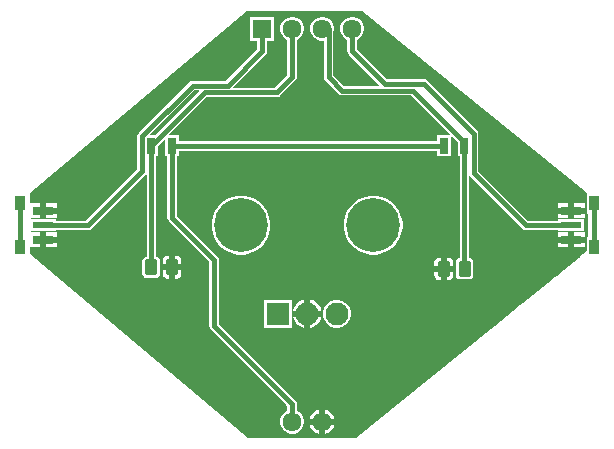
<source format=gtl>
G04*
G04 #@! TF.GenerationSoftware,Altium Limited,Altium Designer,25.8.1 (18)*
G04*
G04 Layer_Physical_Order=1*
G04 Layer_Color=255*
%FSLAX44Y44*%
%MOMM*%
G71*
G04*
G04 #@! TF.SameCoordinates,17EE5B44-E4A8-4C47-BB28-8E3532D48F90*
G04*
G04*
G04 #@! TF.FilePolarity,Positive*
G04*
G01*
G75*
G04:AMPARAMS|DCode=14|XSize=1.05mm|YSize=1.38mm|CornerRadius=0.1313mm|HoleSize=0mm|Usage=FLASHONLY|Rotation=0.000|XOffset=0mm|YOffset=0mm|HoleType=Round|Shape=RoundedRectangle|*
%AMROUNDEDRECTD14*
21,1,1.0500,1.1175,0,0,0.0*
21,1,0.7875,1.3800,0,0,0.0*
1,1,0.2625,0.3938,-0.5587*
1,1,0.2625,-0.3938,-0.5587*
1,1,0.2625,-0.3938,0.5587*
1,1,0.2625,0.3938,0.5587*
%
%ADD14ROUNDEDRECTD14*%
%ADD15R,1.8000X0.7500*%
%ADD16R,0.7620X1.3462*%
%ADD17R,1.8000X0.6000*%
%ADD18R,0.9000X1.3000*%
%ADD23C,1.6096*%
%ADD29C,0.3810*%
%ADD30C,1.9500*%
%ADD31R,1.9500X1.9500*%
%ADD32R,1.6096X1.6096*%
%ADD33C,4.5620*%
G36*
X165091Y306531D02*
X127673Y269113D01*
X124080D01*
X123739Y269934D01*
X161157Y307352D01*
X164751D01*
X165091Y306531D01*
D02*
G37*
G36*
X493052Y220922D02*
X493148Y220072D01*
X493148D01*
Y203008D01*
X494030D01*
Y183072D01*
X493148D01*
Y171026D01*
X487808Y166696D01*
X487808Y166696D01*
X487490Y166439D01*
X487490Y166439D01*
X486610Y165725D01*
X486610Y165725D01*
X485923Y165169D01*
X485923Y165169D01*
X484350Y163894D01*
X484350Y163894D01*
Y163894D01*
X482299Y162231D01*
X469545Y151892D01*
X469545Y151892D01*
Y151892D01*
X467691Y150389D01*
X467691Y150389D01*
Y150389D01*
X466369Y149318D01*
X466369Y149318D01*
X466119Y149115D01*
X466119Y149115D01*
X465004Y148211D01*
X465004Y148211D01*
X464552Y147845D01*
X464552Y147845D01*
X439501Y127538D01*
X436795Y125344D01*
X436795Y125344D01*
Y125344D01*
X425875Y116492D01*
X425874Y116492D01*
Y116492D01*
X415337Y107950D01*
X415337Y107950D01*
Y107950D01*
X413442Y106414D01*
X413442Y106414D01*
Y106414D01*
X412709Y105820D01*
X412709Y105820D01*
X412709Y105820D01*
X411836Y105112D01*
X337370Y44748D01*
X337370D01*
X337370Y44748D01*
X297835Y12700D01*
X206453D01*
X21590Y168509D01*
Y174500D01*
X30360D01*
Y180790D01*
Y187080D01*
X22479D01*
X22452Y187119D01*
X22453Y187157D01*
X22914Y188008D01*
X43932D01*
Y189026D01*
X71120D01*
X72656Y189331D01*
X73958Y190202D01*
X119678Y235922D01*
X119684Y235930D01*
X120573Y235660D01*
Y166478D01*
X120532D01*
X119227Y166218D01*
X118121Y165479D01*
X117382Y164372D01*
X117122Y163067D01*
Y151892D01*
X117382Y150588D01*
X118121Y149481D01*
X119227Y148742D01*
X120532Y148483D01*
X128407D01*
X129712Y148742D01*
X130818Y149481D01*
X131558Y150588D01*
X131817Y151892D01*
Y163067D01*
X131558Y164372D01*
X130818Y165479D01*
X129712Y166218D01*
X128601Y166439D01*
Y251587D01*
X130429D01*
Y260515D01*
X135450Y265536D01*
X136271Y265196D01*
Y251587D01*
X138099D01*
Y199580D01*
X138404Y198044D01*
X139275Y196742D01*
X173786Y162231D01*
Y107950D01*
X174091Y106414D01*
X174962Y105112D01*
X239826Y40247D01*
Y35992D01*
X237651Y34736D01*
X235774Y32859D01*
X234447Y30561D01*
X233760Y27997D01*
Y25343D01*
X234447Y22779D01*
X235774Y20481D01*
X237651Y18604D01*
X239949Y17277D01*
X242513Y16590D01*
X245167D01*
X247731Y17277D01*
X250029Y18604D01*
X251906Y20481D01*
X253233Y22779D01*
X253920Y25343D01*
Y27997D01*
X253233Y30561D01*
X251906Y32859D01*
X250029Y34736D01*
X247854Y35992D01*
Y41910D01*
X247549Y43446D01*
X246678Y44748D01*
X181814Y109613D01*
Y163894D01*
X181509Y165430D01*
X180638Y166732D01*
X146127Y201243D01*
Y251587D01*
X147955D01*
Y256336D01*
X366395D01*
Y251587D01*
X378079D01*
Y268021D01*
X378968Y268389D01*
X383921Y263436D01*
Y251587D01*
X385749D01*
Y165169D01*
X384637Y164948D01*
X383531Y164209D01*
X382792Y163102D01*
X382532Y161798D01*
Y150623D01*
X382792Y149318D01*
X383531Y148211D01*
X384637Y147472D01*
X385942Y147212D01*
X393817D01*
X395122Y147472D01*
X396229Y148211D01*
X396968Y149318D01*
X397227Y150623D01*
Y161798D01*
X396968Y163102D01*
X396229Y164209D01*
X395122Y164948D01*
X393817Y165208D01*
X393777D01*
Y234390D01*
X394666Y234660D01*
X394672Y234652D01*
X439122Y190202D01*
X440424Y189331D01*
X441960Y189026D01*
X469148D01*
Y188008D01*
X491212D01*
Y198072D01*
X469148D01*
Y197054D01*
X443623D01*
X401524Y239153D01*
Y270510D01*
X401219Y272046D01*
X400348Y273349D01*
X357930Y315766D01*
X356628Y316637D01*
X355092Y316942D01*
X323735D01*
X298654Y342023D01*
Y350088D01*
X300829Y351344D01*
X302706Y353221D01*
X304033Y355519D01*
X304720Y358083D01*
Y360737D01*
X304033Y363301D01*
X302706Y365599D01*
X300829Y367476D01*
X298531Y368803D01*
X295967Y369490D01*
X293313D01*
X290749Y368803D01*
X288451Y367476D01*
X286574Y365599D01*
X285247Y363301D01*
X284560Y360737D01*
Y358083D01*
X285247Y355519D01*
X286574Y353221D01*
X288451Y351344D01*
X290626Y350088D01*
Y340360D01*
X290931Y338824D01*
X291802Y337522D01*
X317402Y311922D01*
X317062Y311100D01*
X287921D01*
X278842Y320179D01*
Y356300D01*
X279320Y358083D01*
Y360737D01*
X278633Y363301D01*
X277306Y365599D01*
X275429Y367476D01*
X273131Y368803D01*
X270567Y369490D01*
X267913D01*
X265349Y368803D01*
X263051Y367476D01*
X261174Y365599D01*
X259847Y363301D01*
X259160Y360737D01*
Y358083D01*
X259847Y355519D01*
X261174Y353221D01*
X263051Y351344D01*
X265349Y350017D01*
X267913Y349330D01*
X270567D01*
X270814Y349141D01*
Y318516D01*
X271119Y316980D01*
X271990Y315678D01*
X283420Y304248D01*
X284722Y303377D01*
X286258Y303072D01*
X344285D01*
X377355Y270002D01*
X376987Y269113D01*
X366395D01*
Y264364D01*
X147955D01*
Y269113D01*
X140188D01*
X139848Y269934D01*
X171424Y301510D01*
X230848D01*
X232384Y301816D01*
X233687Y302686D01*
X246678Y315678D01*
X247549Y316980D01*
X247854Y318516D01*
Y350088D01*
X250029Y351344D01*
X251906Y353221D01*
X253233Y355519D01*
X253920Y358083D01*
Y360737D01*
X253233Y363301D01*
X251906Y365599D01*
X250029Y367476D01*
X247731Y368803D01*
X245167Y369490D01*
X242513D01*
X239949Y368803D01*
X237651Y367476D01*
X235774Y365599D01*
X234447Y363301D01*
X233760Y360737D01*
Y358083D01*
X234447Y355519D01*
X235774Y353221D01*
X237651Y351344D01*
X239826Y350088D01*
Y320179D01*
X229186Y309538D01*
X194457D01*
X194117Y310360D01*
X221278Y337522D01*
X222149Y338824D01*
X222454Y340360D01*
Y349330D01*
X228520D01*
Y369490D01*
X208360D01*
Y349330D01*
X214426D01*
Y342023D01*
X187784Y315380D01*
X159495D01*
X157958Y315075D01*
X156656Y314205D01*
X114002Y271550D01*
X113131Y270248D01*
X112826Y268712D01*
Y240423D01*
X69457Y197054D01*
X43932D01*
Y198072D01*
X22914D01*
X22453Y198923D01*
X22452Y198961D01*
X22479Y199000D01*
X30360D01*
Y205290D01*
Y211580D01*
X21590D01*
Y220072D01*
X205380Y374650D01*
X303010Y374650D01*
X493052Y220922D01*
D02*
G37*
%LPC*%
G36*
X491720Y211580D02*
X482720D01*
Y207830D01*
X491720D01*
Y211580D01*
D02*
G37*
G36*
X477640D02*
X468640D01*
Y207830D01*
X477640D01*
Y211580D01*
D02*
G37*
G36*
X44440Y211580D02*
X35440D01*
Y207830D01*
X44440D01*
Y211580D01*
D02*
G37*
G36*
X491720Y202750D02*
X482720D01*
Y199000D01*
X491720D01*
Y202750D01*
D02*
G37*
G36*
X477640D02*
X468640D01*
Y199000D01*
X477640D01*
Y202750D01*
D02*
G37*
G36*
X44440Y202750D02*
X35440D01*
Y199000D01*
X44440D01*
Y202750D01*
D02*
G37*
G36*
X491720Y187080D02*
X482720D01*
Y183330D01*
X491720D01*
Y187080D01*
D02*
G37*
G36*
X44440D02*
X35440D01*
Y183330D01*
X44440D01*
Y187080D01*
D02*
G37*
G36*
X477640D02*
X468640D01*
Y183330D01*
X477640D01*
Y187080D01*
D02*
G37*
G36*
X491720Y178250D02*
X482720D01*
Y174500D01*
X491720D01*
Y178250D01*
D02*
G37*
G36*
X477640D02*
X468640D01*
Y174500D01*
X477640D01*
Y178250D01*
D02*
G37*
G36*
X44440D02*
X35440D01*
Y174500D01*
X44440D01*
Y178250D01*
D02*
G37*
G36*
X314987Y217952D02*
X310093D01*
X305294Y216997D01*
X300773Y215125D01*
X296704Y212406D01*
X293244Y208946D01*
X290525Y204877D01*
X288653Y200356D01*
X287698Y195557D01*
Y190663D01*
X288653Y185864D01*
X290525Y181343D01*
X293244Y177274D01*
X296704Y173814D01*
X300773Y171095D01*
X305294Y169223D01*
X310093Y168268D01*
X314987D01*
X319786Y169223D01*
X324307Y171095D01*
X328376Y173814D01*
X331836Y177274D01*
X334555Y181343D01*
X336427Y185864D01*
X337382Y190663D01*
Y195557D01*
X336427Y200356D01*
X334555Y204877D01*
X331836Y208946D01*
X328376Y212406D01*
X324307Y215125D01*
X319786Y216997D01*
X314987Y217952D01*
D02*
G37*
G36*
X202987D02*
X198093D01*
X193294Y216997D01*
X188773Y215125D01*
X184704Y212406D01*
X181244Y208946D01*
X178525Y204877D01*
X176653Y200356D01*
X175698Y195557D01*
Y190663D01*
X176653Y185864D01*
X178525Y181343D01*
X181244Y177274D01*
X184704Y173814D01*
X188773Y171095D01*
X193294Y169223D01*
X198093Y168268D01*
X202987D01*
X207786Y169223D01*
X212307Y171095D01*
X216376Y173814D01*
X219836Y177274D01*
X222555Y181343D01*
X224427Y185864D01*
X225382Y190663D01*
Y195557D01*
X224427Y200356D01*
X222555Y204877D01*
X219836Y208946D01*
X216376Y212406D01*
X212307Y215125D01*
X207786Y216997D01*
X202987Y217952D01*
D02*
G37*
G36*
X146167Y166995D02*
X144770D01*
Y160020D01*
X150095D01*
Y163067D01*
X149796Y164571D01*
X148945Y165845D01*
X147670Y166696D01*
X146167Y166995D01*
D02*
G37*
G36*
X139690D02*
X138292D01*
X136789Y166696D01*
X135515Y165845D01*
X134663Y164571D01*
X134364Y163067D01*
Y160020D01*
X139690D01*
Y166995D01*
D02*
G37*
G36*
X376058Y165725D02*
X374660D01*
Y158750D01*
X379986D01*
Y161798D01*
X379687Y163301D01*
X378835Y164575D01*
X377561Y165426D01*
X376058Y165725D01*
D02*
G37*
G36*
X369580D02*
X368183D01*
X366679Y165426D01*
X365405Y164575D01*
X364554Y163301D01*
X364255Y161798D01*
Y158750D01*
X369580D01*
Y165725D01*
D02*
G37*
G36*
X150095Y154940D02*
X144770D01*
Y147965D01*
X146167D01*
X147670Y148264D01*
X148945Y149115D01*
X149796Y150389D01*
X150095Y151892D01*
Y154940D01*
D02*
G37*
G36*
X139690D02*
X134364D01*
Y151892D01*
X134663Y150389D01*
X135515Y149115D01*
X136789Y148264D01*
X138292Y147965D01*
X139690D01*
Y154940D01*
D02*
G37*
G36*
X379986Y153670D02*
X374660D01*
Y146695D01*
X376058D01*
X377561Y146994D01*
X378835Y147845D01*
X379687Y149119D01*
X379986Y150623D01*
Y153670D01*
D02*
G37*
G36*
X369580D02*
X364255D01*
Y150623D01*
X364554Y149119D01*
X365405Y147845D01*
X366679Y146994D01*
X368183Y146695D01*
X369580D01*
Y153670D01*
D02*
G37*
G36*
X259080Y130153D02*
Y120650D01*
X268583D01*
X267992Y122854D01*
X266374Y125656D01*
X264086Y127944D01*
X261284Y129563D01*
X259080Y130153D01*
D02*
G37*
G36*
X254000D02*
X251796Y129563D01*
X248994Y127944D01*
X246706Y125656D01*
X245088Y122854D01*
X244497Y120650D01*
X254000D01*
Y130153D01*
D02*
G37*
G36*
X283091Y129892D02*
X279989D01*
X276992Y129089D01*
X274306Y127538D01*
X272112Y125344D01*
X270561Y122658D01*
X269758Y119661D01*
Y116559D01*
X270561Y113562D01*
X272112Y110876D01*
X274306Y108682D01*
X276992Y107131D01*
X279989Y106328D01*
X283091D01*
X286088Y107131D01*
X288775Y108682D01*
X290968Y110876D01*
X292519Y113562D01*
X293322Y116559D01*
Y119661D01*
X292519Y122658D01*
X290968Y125344D01*
X288775Y127538D01*
X286088Y129089D01*
X283091Y129892D01*
D02*
G37*
G36*
X243322D02*
X219758D01*
Y106328D01*
X243322D01*
Y129892D01*
D02*
G37*
G36*
X268583Y115570D02*
X259080D01*
Y106067D01*
X261284Y106657D01*
X264086Y108276D01*
X266374Y110564D01*
X267992Y113366D01*
X268583Y115570D01*
D02*
G37*
G36*
X254000D02*
X244497D01*
X245088Y113366D01*
X246706Y110564D01*
X248994Y108276D01*
X251796Y106657D01*
X254000Y106067D01*
Y115570D01*
D02*
G37*
G36*
X271780Y36951D02*
Y29210D01*
X279521D01*
X279106Y30757D01*
X277712Y33171D01*
X275741Y35143D01*
X273327Y36536D01*
X271780Y36951D01*
D02*
G37*
G36*
X266700D02*
X265153Y36536D01*
X262739Y35143D01*
X260767Y33171D01*
X259374Y30757D01*
X258959Y29210D01*
X266700D01*
Y36951D01*
D02*
G37*
G36*
X279521Y24130D02*
X271780D01*
Y16389D01*
X273327Y16804D01*
X275741Y18197D01*
X277712Y20169D01*
X279106Y22583D01*
X279521Y24130D01*
D02*
G37*
G36*
X266700D02*
X258959D01*
X259374Y22583D01*
X260767Y20169D01*
X262739Y18197D01*
X265153Y16804D01*
X266700Y16389D01*
Y24130D01*
D02*
G37*
%LPD*%
D14*
X389880Y156210D02*
D03*
X372120D02*
D03*
X142230Y157480D02*
D03*
X124470D02*
D03*
D15*
X480180Y205290D02*
D03*
Y180790D02*
D03*
X32900D02*
D03*
Y205290D02*
D03*
D16*
X124587Y260350D02*
D03*
X372237D02*
D03*
X389763D02*
D03*
X142113D02*
D03*
D17*
X480180Y193040D02*
D03*
X32900D02*
D03*
D18*
X13400Y174540D02*
D03*
Y211540D02*
D03*
X499680Y174540D02*
D03*
Y211540D02*
D03*
D23*
X269240Y26670D02*
D03*
X243840Y359410D02*
D03*
X294640D02*
D03*
X243840Y26670D02*
D03*
X269240Y359410D02*
D03*
D29*
X389763Y156327D02*
Y260350D01*
X124587Y157597D02*
Y260350D01*
X169761Y305524D02*
X230848D01*
X124587Y260350D02*
X169761Y305524D01*
X230848D02*
X243840Y318516D01*
Y359410D01*
X322072Y312928D02*
X355092D01*
X397510Y237490D02*
Y270510D01*
X355092Y312928D02*
X397510Y270510D01*
X142113Y260350D02*
X372237D01*
X243840Y26670D02*
Y41910D01*
X177800Y107950D02*
X243840Y41910D01*
X177800Y107950D02*
Y163894D01*
X142113Y199580D02*
X177800Y163894D01*
X142113Y199580D02*
Y260350D01*
X397510Y237490D02*
X441960Y193040D01*
X286258Y307086D02*
X345948D01*
X389763Y263271D01*
X294640Y340360D02*
X322072Y312928D01*
X441960Y193040D02*
X480180D01*
X294640Y340360D02*
Y359410D01*
X116840Y268712D02*
X159495Y311366D01*
X32900Y193040D02*
X71120D01*
X116840Y238760D02*
Y268712D01*
X159495Y311366D02*
X189446D01*
X71120Y193040D02*
X116840Y238760D01*
X189446Y311366D02*
X218440Y340360D01*
Y359410D01*
X274828Y318516D02*
Y359410D01*
X269240D02*
X274828D01*
Y318516D02*
X286258Y307086D01*
X13400Y174540D02*
Y211540D01*
X499680Y174540D02*
Y211540D01*
D30*
X256540Y118110D02*
D03*
X281540D02*
D03*
D31*
X231540D02*
D03*
D32*
X218440Y359410D02*
D03*
D33*
X200540Y193110D02*
D03*
X312540D02*
D03*
M02*

</source>
